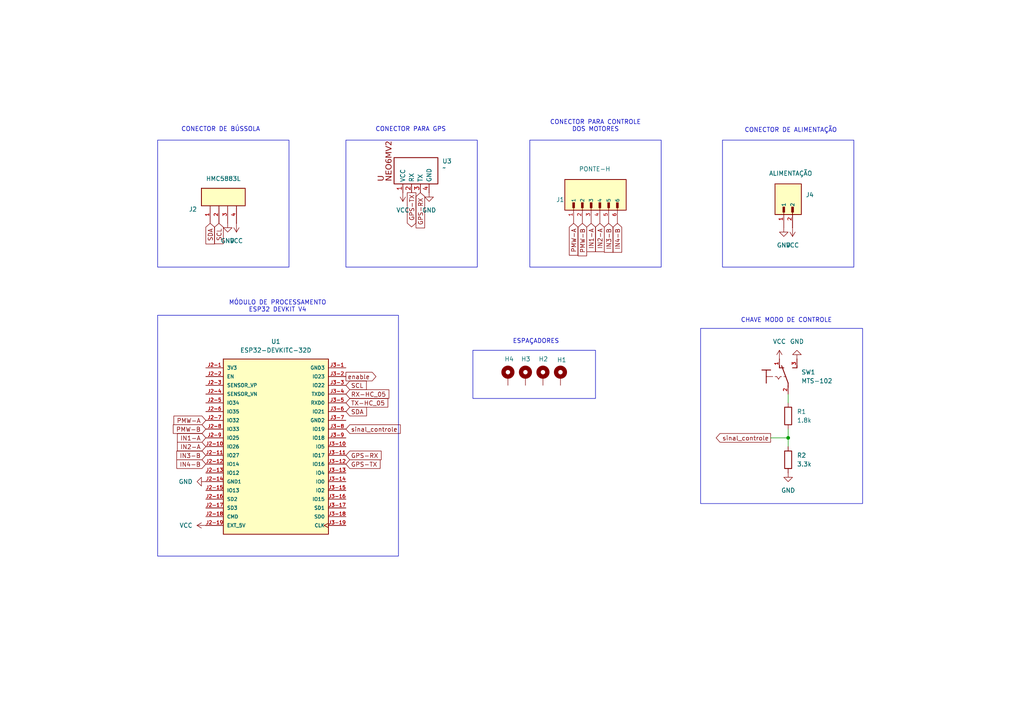
<source format=kicad_sch>
(kicad_sch (version 20231120) (generator "eeschema") (generator_version "8.0")
  (paper "A4")
  (lib_symbols
    (symbol "Device:R" (pin_numbers hide) (pin_names (offset 0))
      (property "Reference" "R" (at 2.032 0 90))
      (property "Value" "R" (at 0 0 90))
      (symbol "R_0_1"
        (rectangle (start -1.016 -2.54) (end 1.016 2.54) (stroke (width 0.254)))
      )
      (symbol "R_1_1"
        (pin passive line (at 0 3.81 270) (length 1.27) (name "~") (number "1"))
        (pin passive line (at 0 -3.81 90) (length 1.27) (name "~") (number "2"))
      )
    )
    (symbol "Mechanical:MountingHole_Pad" (pin_numbers hide) (pin_names (offset 1.016) hide) (exclude_from_sim yes) (in_bom no)
      (property "Reference" "H" (at 0 6.35 0))
      (property "Value" "MountingHole_Pad" (at 0 4.445 0))
      (symbol "MountingHole_Pad_0_1"
        (circle (center 0 1.27) (radius 1.27) (stroke (width 1.27)))
      )
      (symbol "MountingHole_Pad_1_1"
        (pin input line (at 0 -2.54 90) (length 2.54) (name "1") (number "1"))
      )
    )
    (symbol "importados:B2P-VH_LF__SN_" (pin_names (offset 1.016))
      (property "Reference" "J" (at -2.54 3.302 0))
      (property "Value" "B2P-VH_LF__SN_" (at -6.858 -7.62 0))
      (symbol "B2P-VH_LF__SN__0_0"
        (rectangle (start -3.81 -5.08) (end 5.08 2.54) (stroke (width 0.254)) (fill (type background)))
        (rectangle (start -3.175 -2.8575) (end -1.5875 -2.2225) (stroke (width 0.1)) (fill (type outline)))
        (rectangle (start -3.175 -0.3175) (end -1.5875 0.3175) (stroke (width 0.1)) (fill (type outline)))
        (pin passive line (at -7.62 0 0) (length 5.08) (name "1") (number "1"))
        (pin passive line (at -7.62 -2.54 0) (length 5.08) (name "2") (number "2"))
      )
    )
    (symbol "importados:B4P-VH_LF__SN_" (pin_names (offset 1.016))
      (property "Reference" "J" (at -5.083 5.852 0))
      (property "Value" "B4P-VH_LF__SN_" (at -5.0845 -10.16 0))
      (symbol "B4P-VH_LF__SN__0_0"
        (rectangle (start -2.54 5.08) (end 2.54 -7.62) (stroke (width 0.254)) (fill (type background)))
        (pin passive line (at -7.62 2.54 0) (length 5.08) (name "~") (number "1"))
        (pin passive line (at -7.62 0 0) (length 5.08) (name "~") (number "2"))
        (pin passive line (at -7.62 -2.54 0) (length 5.08) (name "~") (number "3"))
        (pin passive line (at -7.62 -5.08 0) (length 5.08) (name "~") (number "4"))
      )
    )
    (symbol "importados:B6P-VH_LF__SN_" (pin_names (offset 1.016))
      (property "Reference" "J" (at -3.81 8.255 0))
      (property "Value" "B6P-VH_LF__SN_" (at -3.81 -12.7 0))
      (symbol "B6P-VH_LF__SN__0_0"
        (rectangle (start -3.81 -10.16) (end 5.08 7.62) (stroke (width 0.254)) (fill (type background)))
        (rectangle (start -3.175 -7.9375) (end -1.5875 -7.3025) (stroke (width 0.1)) (fill (type outline)))
        (rectangle (start -3.175 -5.3975) (end -1.5875 -4.7625) (stroke (width 0.1)) (fill (type outline)))
        (rectangle (start -3.175 -2.8575) (end -1.5875 -2.2225) (stroke (width 0.1)) (fill (type outline)))
        (rectangle (start -3.175 -0.3175) (end -1.5875 0.3175) (stroke (width 0.1)) (fill (type outline)))
        (rectangle (start -3.175 2.2225) (end -1.5875 2.8575) (stroke (width 0.1)) (fill (type outline)))
        (rectangle (start -3.175 4.7625) (end -1.5875 5.3975) (stroke (width 0.1)) (fill (type outline)))
        (pin passive line (at -7.62 5.08 0) (length 5.08) (name "1") (number "1"))
        (pin passive line (at -7.62 2.54 0) (length 5.08) (name "2") (number "2"))
        (pin passive line (at -7.62 0 0) (length 5.08) (name "3") (number "3"))
        (pin passive line (at -7.62 -2.54 0) (length 5.08) (name "4") (number "4"))
        (pin passive line (at -7.62 -5.08 0) (length 5.08) (name "5") (number "5"))
        (pin passive line (at -7.62 -7.62 0) (length 5.08) (name "6") (number "6"))
      )
    )
    (symbol "importados:ESP32-DEVKITC-32D" (pin_names (offset 1.016))
      (property "Reference" "U" (at -15.2572 26.0643 0))
      (property "Value" "ESP32-DEVKITC-32D" (at -15.2563 -27.9698 0))
      (symbol "ESP32-DEVKITC-32D_0_0"
        (rectangle (start -15.24 -25.4) (end 15.24 25.4) (stroke (width 0.254)) (fill (type background)))
        (pin power_in line (at -20.32 22.86 0) (length 5.08) (name "3V3") (number "J2-1"))
        (pin bidirectional line (at -20.32 0 0) (length 5.08) (name "IO26") (number "J2-10"))
        (pin bidirectional line (at -20.32 -2.54 0) (length 5.08) (name "IO27") (number "J2-11"))
        (pin bidirectional line (at -20.32 -5.08 0) (length 5.08) (name "IO14") (number "J2-12"))
        (pin bidirectional line (at -20.32 -7.62 0) (length 5.08) (name "IO12") (number "J2-13"))
        (pin power_in line (at -20.32 -10.16 0) (length 5.08) (name "GND1") (number "J2-14"))
        (pin bidirectional line (at -20.32 -12.7 0) (length 5.08) (name "IO13") (number "J2-15"))
        (pin bidirectional line (at -20.32 -15.24 0) (length 5.08) (name "SD2") (number "J2-16"))
        (pin bidirectional line (at -20.32 -17.78 0) (length 5.08) (name "SD3") (number "J2-17"))
        (pin bidirectional line (at -20.32 -20.32 0) (length 5.08) (name "CMD") (number "J2-18"))
        (pin power_in line (at -20.32 -22.86 0) (length 5.08) (name "EXT_5V") (number "J2-19"))
        (pin input line (at -20.32 20.32 0) (length 5.08) (name "EN") (number "J2-2"))
        (pin input line (at -20.32 17.78 0) (length 5.08) (name "SENSOR_VP") (number "J2-3"))
        (pin input line (at -20.32 15.24 0) (length 5.08) (name "SENSOR_VN") (number "J2-4"))
        (pin bidirectional line (at -20.32 12.7 0) (length 5.08) (name "IO34") (number "J2-5"))
        (pin bidirectional line (at -20.32 10.16 0) (length 5.08) (name "IO35") (number "J2-6"))
        (pin bidirectional line (at -20.32 7.62 0) (length 5.08) (name "IO32") (number "J2-7"))
        (pin bidirectional line (at -20.32 5.08 0) (length 5.08) (name "IO33") (number "J2-8"))
        (pin bidirectional line (at -20.32 2.54 0) (length 5.08) (name "IO25") (number "J2-9"))
        (pin power_in line (at 20.32 22.86 180) (length 5.08) (name "GND3") (number "J3-1"))
        (pin bidirectional line (at 20.32 0 180) (length 5.08) (name "IO5") (number "J3-10"))
        (pin bidirectional line (at 20.32 -2.54 180) (length 5.08) (name "IO17") (number "J3-11"))
        (pin bidirectional line (at 20.32 -5.08 180) (length 5.08) (name "IO16") (number "J3-12"))
        (pin bidirectional line (at 20.32 -7.62 180) (length 5.08) (name "IO4") (number "J3-13"))
        (pin bidirectional line (at 20.32 -10.16 180) (length 5.08) (name "IO0") (number "J3-14"))
        (pin bidirectional line (at 20.32 -12.7 180) (length 5.08) (name "IO2") (number "J3-15"))
        (pin bidirectional line (at 20.32 -15.24 180) (length 5.08) (name "IO15") (number "J3-16"))
        (pin bidirectional line (at 20.32 -17.78 180) (length 5.08) (name "SD1") (number "J3-17"))
        (pin bidirectional line (at 20.32 -20.32 180) (length 5.08) (name "SD0") (number "J3-18"))
        (pin input clock (at 20.32 -22.86 180) (length 5.08) (name "CLK") (number "J3-19"))
        (pin bidirectional line (at 20.32 20.32 180) (length 5.08) (name "IO23") (number "J3-2"))
        (pin bidirectional line (at 20.32 17.78 180) (length 5.08) (name "IO22") (number "J3-3"))
        (pin output line (at 20.32 15.24 180) (length 5.08) (name "TXD0") (number "J3-4"))
        (pin input line (at 20.32 12.7 180) (length 5.08) (name "RXD0") (number "J3-5"))
        (pin bidirectional line (at 20.32 10.16 180) (length 5.08) (name "IO21") (number "J3-6"))
        (pin power_in line (at 20.32 7.62 180) (length 5.08) (name "GND2") (number "J3-7"))
        (pin bidirectional line (at 20.32 5.08 180) (length 5.08) (name "IO19") (number "J3-8"))
        (pin bidirectional line (at 20.32 2.54 180) (length 5.08) (name "IO18") (number "J3-9"))
      )
    )
    (symbol "importados:MTS-102" (pin_names (offset 1.016))
      (property "Reference" "SW" (at -6.35 -1.905 90))
      (property "Value" "MTS-102" (at -3.81 2.54 90))
      (symbol "MTS-102_0_0"
        (polyline (pts (xy -5.08 1.905) (xy -3.81 1.905)) (stroke (width 0.254)))
        (polyline (pts (xy -3.81 0) (xy -3.81 -1.905)) (stroke (width 0.254)))
        (polyline (pts (xy -3.81 0) (xy -1.905 0)) (stroke (width 0.1524)))
        (polyline (pts (xy -3.81 1.905) (xy -3.81 0)) (stroke (width 0.254)))
        (polyline (pts (xy -3.81 1.905) (xy -2.54 1.905)) (stroke (width 0.254)))
        (polyline (pts (xy -1.27 0) (xy -0.762 0)) (stroke (width 0.1524)))
        (polyline (pts (xy -0.762 0) (xy -0.254 -0.762)) (stroke (width 0.1524)))
        (polyline (pts (xy -0.254 -0.762) (xy 0.254 0)) (stroke (width 0.1524)))
        (polyline (pts (xy 0 2.54) (xy 0 3.175)) (stroke (width 0.254)))
        (polyline (pts (xy 0 2.54) (xy 1.27 2.54)) (stroke (width 0.254)))
        (polyline (pts (xy 0.254 0) (xy 0.635 0)) (stroke (width 0.1524)))
        (polyline (pts (xy 1.27 0) (xy 1.905 0)) (stroke (width 0.1524)))
        (polyline (pts (xy 2.54 -3.175) (xy 2.54 -1.905)) (stroke (width 0.254)))
        (polyline (pts (xy 2.54 -1.905) (xy 0.635 3.175)) (stroke (width 0.254)))
        (polyline (pts (xy 3.81 2.54) (xy 5.08 2.54)) (stroke (width 0.254)))
        (polyline (pts (xy 5.08 2.54) (xy 5.08 3.175)) (stroke (width 0.254)))
        (pin passive line (at 0 5.08 270) (length 2.54) (name "~") (number "1"))
        (pin passive line (at 2.54 -5.08 90) (length 2.54) (name "~") (number "2"))
        (pin passive line (at 5.08 5.08 270) (length 2.54) (name "~") (number "3"))
      )
    )
    (symbol "importados:NEO6MV2"
      (property "Reference" "U" (at 0 -2.032 0))
      (symbol "NEO6MV2_0_0"
        (rectangle (start 2.54 10.16) (end 10.16 -2.54) (stroke (width 0.254)))
        (text "NEO6MV2" (at 3.302 12.6111 0) (effects (font (size 1.6891 1.6891)) (justify left top)))
        (text "U" (at 3.302 14.8971 0) (effects (font (size 1.6891 1.6891)) (justify left top)))
        (pin passive line (at 0 7.62 0) (length 2.54) (name "VCC") (number "1"))
        (pin input line (at 0 5.08 0) (length 2.54) (name "RX") (number "2"))
        (pin output line (at 0 2.54 0) (length 2.54) (name "TX") (number "3"))
        (pin passive line (at 0 0 0) (length 2.54) (name "GND") (number "4"))
      )
    )
    (symbol "power:GND" (power) (pin_numbers hide) (pin_names (offset 0) hide)
      (property "Value" "GND" (at 0 -3.81 0))
      (symbol "GND_0_1"
        (polyline (pts (xy 0 0) (xy 0 -1.27) (xy 1.27 -1.27) (xy 0 -2.54) (xy -1.27 -1.27) (xy 0 -1.27)))
      )
      (symbol "GND_1_1"
        (pin power_in line (at 0 0 270) (length 0) (name "~") (number "1"))
      )
    )
    (symbol "power:VCC" (power) (pin_numbers hide) (pin_names (offset 0) hide)
      (property "Value" "VCC" (at 0 3.556 0))
      (symbol "VCC_0_1"
        (polyline (pts (xy -0.762 1.27) (xy 0 2.54)))
        (polyline (pts (xy 0 0) (xy 0 2.54)))
        (polyline (pts (xy 0 2.54) (xy 0.762 1.27)))
      )
      (symbol "VCC_1_1"
        (pin power_in line (at 0 0 90) (length 0) (name "~") (number "1"))
      )
    )
  )
  (junction (at 228.6 127))
  (wire (pts (xy 223.52 127) (xy 228.6 127)))
  (wire (pts (xy 228.6 124.46) (xy 228.6 127)))
  (wire (pts (xy 228.6 127) (xy 228.6 129.54)))
  (wire (pts (xy 228.6 114.3) (xy 228.6 116.84)))
  (rectangle (start 45.72 40.64) (end 83.82 77.47))
  (rectangle (start 137.16 101.6) (end 172.72 115.57))
  (rectangle (start 45.72 91.44) (end 115.57 161.29))
  (rectangle (start 203.2 95.25) (end 250.19 146.05))
  (rectangle (start 209.55 40.64) (end 247.65 77.47))
  (rectangle (start 153.67 40.64) (end 191.77 77.47))
  (rectangle (start 100.33 40.64) (end 138.43 77.47))
  (text "CONECTOR PARA GPS\n\n" (at 119.126 38.608 0) (effects (font (size 1.27 1.27))))
  (text "MÓDULO DE PROCESSAMENTO\nESP32 DEVKIT V4\n" (at 80.518 88.9 0) (effects (font (size 1.27 1.27))))
  (text "CONECTOR PARA CONTROLE\nDOS MOTORES" (at 172.72 36.576 0) (effects (font (size 1.27 1.27))))
  (text "ESPAÇADORES\n" (at 155.448 99.06 0) (effects (font (size 1.27 1.27))))
  (text "CONECTOR DE BÚSSOLA\n\n" (at 64.008 38.608 0) (effects (font (size 1.27 1.27))))
  (text "CONECTOR DE ALIMENTAÇÃO\n" (at 229.362 37.846 0) (effects (font (size 1.27 1.27))))
  (text "CHAVE MODO DE CONTROLE\n" (at 228.092 92.964 0) (effects (font (size 1.27 1.27))))
  (global_label "GPS-TX" (shape output) (at 119.38 55.88 270) (property "Intersheetrefs" "${INTERSHEET_REFS}" (effects (hide yes))))
  (global_label "PMW-A" (shape input) (at 166.37 64.77 270) (property "Intersheetrefs" "${INTERSHEET_REFS}" (effects (hide yes))))
  (global_label "SCL" (shape input) (at 63.5 64.77 270) (property "Intersheetrefs" "${INTERSHEET_REFS}" (effects (hide yes))))
  (global_label "sinal_controle" (shape output) (at 223.52 127 180) (property "Intersheetrefs" "${INTERSHEET_REFS}" (effects (hide yes))))
  (global_label "IN3-B" (shape input) (at 176.53 64.77 270) (property "Intersheetrefs" "${INTERSHEET_REFS}" (effects (hide yes))))
  (global_label "sinal_controle" (shape input) (at 100.33 124.46 0) (property "Intersheetrefs" "${INTERSHEET_REFS}" (effects (hide yes))))
  (global_label "IN2-A" (shape input) (at 59.69 129.54 180) (property "Intersheetrefs" "${INTERSHEET_REFS}" (effects (hide yes))))
  (global_label "SCL" (shape input) (at 100.33 111.76 0) (property "Intersheetrefs" "${INTERSHEET_REFS}" (effects (hide yes))))
  (global_label "IN3-B" (shape input) (at 59.69 132.08 180) (property "Intersheetrefs" "${INTERSHEET_REFS}" (effects (hide yes))))
  (global_label "IN4-B" (shape input) (at 59.69 134.62 180) (property "Intersheetrefs" "${INTERSHEET_REFS}" (effects (hide yes))))
  (global_label "GPS-RX" (shape input) (at 100.33 132.08 0) (property "Intersheetrefs" "${INTERSHEET_REFS}" (effects (hide yes))))
  (global_label "IN4-B" (shape input) (at 179.07 64.77 270) (property "Intersheetrefs" "${INTERSHEET_REFS}" (effects (hide yes))))
  (global_label "enable" (shape output) (at 100.33 109.22 0) (property "Intersheetrefs" "${INTERSHEET_REFS}" (effects (hide yes))))
  (global_label "GPS-TX" (shape input) (at 100.33 134.62 0) (property "Intersheetrefs" "${INTERSHEET_REFS}" (effects (hide yes))))
  (global_label "IN2-A" (shape input) (at 173.99 64.77 270) (property "Intersheetrefs" "${INTERSHEET_REFS}" (effects (hide yes))))
  (global_label "PMW-A" (shape input) (at 59.69 121.92 180) (property "Intersheetrefs" "${INTERSHEET_REFS}" (effects (hide yes))))
  (global_label "RX-HC_05" (shape input) (at 100.33 114.3 0) (property "Intersheetrefs" "${INTERSHEET_REFS}" (effects (hide yes))))
  (global_label "PMW-B" (shape input) (at 59.69 124.46 180) (property "Intersheetrefs" "${INTERSHEET_REFS}" (effects (hide yes))))
  (global_label "PMW-B" (shape input) (at 168.91 64.77 270) (property "Intersheetrefs" "${INTERSHEET_REFS}" (effects (hide yes))))
  (global_label "TX-HC_05" (shape input) (at 100.33 116.84 0) (property "Intersheetrefs" "${INTERSHEET_REFS}" (effects (hide yes))))
  (global_label "IN1-A" (shape input) (at 171.45 64.77 270) (property "Intersheetrefs" "${INTERSHEET_REFS}" (effects (hide yes))))
  (global_label "IN1-A" (shape input) (at 59.69 127 180) (property "Intersheetrefs" "${INTERSHEET_REFS}" (effects (hide yes))))
  (global_label "SDA" (shape input) (at 100.33 119.38 0) (property "Intersheetrefs" "${INTERSHEET_REFS}" (effects (hide yes))))
  (global_label "GPS-RX" (shape input) (at 121.92 55.88 270) (property "Intersheetrefs" "${INTERSHEET_REFS}" (effects (hide yes))))
  (global_label "SDA" (shape input) (at 60.96 64.77 270) (property "Intersheetrefs" "${INTERSHEET_REFS}" (effects (hide yes))))
  (symbol (lib_id "power:VCC") (at 116.84 55.88 180) (unit 1)
    (property "Reference" "#PWR03" (effects (hide yes)))
    (property "Value" "VCC" (at 116.84 60.96 0))
    (property "Description" "Power symbol creates a global label with name \"VCC\"" (effects (hide yes)))
  )
  (symbol (lib_id "power:GND") (at 124.46 55.88 0) (unit 1)
    (property "Reference" "#PWR04" (effects (hide yes)))
    (property "Value" "GND" (at 124.46 60.96 0))
    (property "Description" "Power symbol creates a global label with name \"GND\" , ground" (effects (hide yes)))
  )
  (symbol (lib_id "power:GND") (at 66.04 64.77 0) (unit 1)
    (property "Reference" "#PWR07" (effects (hide yes)))
    (property "Value" "GND" (at 66.04 69.85 0))
    (property "Description" "Power symbol creates a global label with name \"GND\" , ground" (effects (hide yes)))
  )
  (symbol (lib_id "power:VCC") (at 229.87 66.04 180) (unit 1)
    (property "Reference" "#PWR01" (effects (hide yes)))
    (property "Value" "VCC" (at 229.87 71.12 0))
    (property "Description" "Power symbol creates a global label with name \"VCC\"" (effects (hide yes)))
  )
  (symbol (lib_id "importados:MTS-102") (at 226.06 109.22 0) (unit 1)
    (property "Reference" "SW1" (at 232.41 107.9499 0) (effects (justify left)))
    (property "Value" "MTS-102" (at 232.41 110.4899 0) (effects (justify left)))
    (property "Footprint" "importados:MTS-102" (effects (hide yes)))
    (property "Description_1" "\n                        \n                            \n                        \n" (effects (hide yes)))
  )
  (symbol (lib_id "Device:R") (at 228.6 133.35 0) (unit 1)
    (property "Reference" "R2" (at 231.14 132.0799 0) (effects (justify left)))
    (property "Value" "3.3k" (at 231.14 134.6199 0) (effects (justify left)))
    (property "Footprint" "Resistor_THT:R_Axial_DIN0207_L6.3mm_D2.5mm_P10.16mm_Horizontal" (effects (hide yes)))
    (property "Description" "Resistor" (effects (hide yes)))
  )
  (symbol (lib_id "importados:B6P-VH_LF__SN_") (at 171.45 57.15 90) (unit 1)
    (property "Reference" "J1" (at 161.29 57.912 90) (effects (justify right)))
    (property "Value" "PONTE-H" (at 167.894 49.022 90) (effects (justify right)))
    (property "Footprint" "importados:JST_B6P-VH_LF__SN_" (effects (hide yes)))
  )
  (symbol (lib_id "importados:ESP32-DEVKITC-32D") (at 80.01 129.54 0) (unit 1)
    (property "Reference" "U1" (at 80.01 99.06 0))
    (property "Value" "ESP32-DEVKITC-32D" (at 80.01 101.6 0))
    (property "Footprint" "importados:MODULE_ESP32-DEVKITC-32D" (effects (hide yes)))
    (property "MF" "Espressif Systems" (effects (hide yes)))
    (property "MAXIMUM_PACKAGE_HEIGHT" "N/A" (effects (hide yes)))
    (property "Package" "None" (effects (hide yes)))
    (property "Price" "None" (effects (hide yes)))
    (property "Check_prices" "https://www.snapeda.com/parts/ESP32-DEVKITC-32D/Espressif+Systems/view-part/?ref=eda" (effects (hide yes)))
    (property "STANDARD" "Manufacturer Recommendations" (effects (hide yes)))
    (property "PARTREV" "V4" (effects (hide yes)))
    (property "SnapEDA_Link" "https://www.snapeda.com/parts/ESP32-DEVKITC-32D/Espressif+Systems/view-part/?ref=snap" (effects (hide yes)))
    (property "MP" "ESP32-DEVKITC-32D" (effects (hide yes)))
    (property "Description_1" "\n                        \n                            WiFi Development Tools (802.11) ESP32 General Development Kit, ESP32-WROOM-32D on the board\n                        \n" (effects (hide yes)))
    (property "MANUFACTURER" "Espressif Systems" (effects (hide yes)))
    (property "Availability" "In Stock" (effects (hide yes)))
    (property "SNAPEDA_PN" "ESP32-DEVKITC-32D" (effects (hide yes)))
  )
  (symbol (lib_id "power:GND") (at 231.14 104.14 180) (unit 1)
    (property "Reference" "#PWR06" (effects (hide yes)))
    (property "Value" "GND" (at 231.14 99.06 0))
    (property "Description" "Power symbol creates a global label with name \"GND\" , ground" (effects (hide yes)))
  )
  (symbol (lib_id "Mechanical:MountingHole_Pad") (at 147.32 109.22 0) (unit 1) (exclude_from_sim yes) (in_bom no)
    (property "Reference" "H4" (at 146.304 104.14 0) (effects (justify left)))
    (property "Value" "MountingHole_Pad" (effects (hide yes)))
    (property "Footprint" "MountingHole:MountingHole_3.2mm_M3_DIN965_Pad" (effects (hide yes)))
    (property "Description" "Mounting Hole with connection" (effects (hide yes)))
  )
  (symbol (lib_id "power:VCC") (at 226.06 104.14 0) (unit 1)
    (property "Reference" "#PWR09" (effects (hide yes)))
    (property "Value" "VCC" (at 226.06 99.06 0))
    (property "Description" "Power symbol creates a global label with name \"VCC\"" (effects (hide yes)))
  )
  (symbol (lib_id "importados:B4P-VH_LF__SN_") (at 63.5 57.15 90) (unit 1)
    (property "Reference" "J2" (at 57.15 60.706 90) (effects (justify left)))
    (property "Value" "HMC5883L" (at 69.85 51.816 90) (effects (justify left)))
    (property "Footprint" "importados:JST_B4P-VH_LF__SN_" (effects (hide yes)))
  )
  (symbol (lib_id "Mechanical:MountingHole_Pad") (at 157.48 109.22 0) (unit 1) (exclude_from_sim yes) (in_bom no)
    (property "Reference" "H2" (at 156.21 104.14 0) (effects (justify left)))
    (property "Value" "MountingHole_Pad" (effects (hide yes)))
    (property "Footprint" "MountingHole:MountingHole_3.2mm_M3_DIN965_Pad" (effects (hide yes)))
    (property "Description" "Mounting Hole with connection" (effects (hide yes)))
  )
  (symbol (lib_id "Mechanical:MountingHole_Pad") (at 152.4 109.22 0) (unit 1) (exclude_from_sim yes) (in_bom no)
    (property "Reference" "H3" (at 151.13 104.14 0) (effects (justify left)))
    (property "Value" "MountingHole_Pad" (effects (hide yes)))
    (property "Footprint" "MountingHole:MountingHole_3.2mm_M3_DIN965_Pad" (effects (hide yes)))
    (property "Description" "Mounting Hole with connection" (effects (hide yes)))
  )
  (symbol (lib_id "power:GND") (at 228.6 137.16 0) (unit 1)
    (property "Reference" "#PWR05" (effects (hide yes)))
    (property "Value" "GND" (at 228.6 142.24 0))
    (property "Description" "Power symbol creates a global label with name \"GND\" , ground" (effects (hide yes)))
  )
  (symbol (lib_id "Mechanical:MountingHole_Pad") (at 162.56 109.22 0) (unit 1) (exclude_from_sim yes) (in_bom no)
    (property "Reference" "H1" (at 161.544 104.394 0) (effects (justify left)))
    (property "Value" "MountingHole_Pad" (effects (hide yes)))
    (property "Footprint" "MountingHole:MountingHole_3.2mm_M3_DIN965_Pad" (effects (hide yes)))
    (property "Description" "Mounting Hole with connection" (effects (hide yes)))
  )
  (symbol (lib_id "power:GND") (at 227.33 66.04 0) (unit 1)
    (property "Reference" "#PWR02" (effects (hide yes)))
    (property "Value" "GND" (at 227.33 71.12 0))
    (property "Description" "Power symbol creates a global label with name \"GND\" , ground" (effects (hide yes)))
  )
  (symbol (lib_id "power:GND") (at 59.69 139.7 270) (unit 1)
    (property "Reference" "#PWR011" (effects (hide yes)))
    (property "Value" "GND" (at 55.88 139.6999 90) (effects (justify right)))
    (property "Description" "Power symbol creates a global label with name \"GND\" , ground" (effects (hide yes)))
  )
  (symbol (lib_id "power:VCC") (at 68.58 64.77 180) (unit 1)
    (property "Reference" "#PWR08" (effects (hide yes)))
    (property "Value" "VCC" (at 68.58 69.85 0))
    (property "Description" "Power symbol creates a global label with name \"VCC\"" (effects (hide yes)))
  )
  (symbol (lib_id "importados:B2P-VH_LF__SN_") (at 227.33 58.42 90) (unit 1)
    (property "Reference" "J4" (at 233.68 56.5149 90) (effects (justify right)))
    (property "Value" "ALIMENTAÇÃO" (at 223.012 50.292 90) (effects (justify right)))
    (property "Footprint" "importados:JST_B2P-VH_LF__SN_" (effects (hide yes)))
  )
  (symbol (lib_id "power:VCC") (at 59.69 152.4 90) (unit 1)
    (property "Reference" "#PWR012" (effects (hide yes)))
    (property "Value" "VCC" (at 55.88 152.3999 90) (effects (justify left)))
    (property "Description" "Power symbol creates a global label with name \"VCC\"" (effects (hide yes)))
  )
  (symbol (lib_id "Device:R") (at 228.6 120.65 180) (unit 1)
    (property "Reference" "R1" (at 231.14 119.3799 0) (effects (justify right)))
    (property "Value" "1.8k" (at 231.14 121.9199 0) (effects (justify right)))
    (property "Footprint" "Resistor_THT:R_Axial_DIN0207_L6.3mm_D2.5mm_P10.16mm_Horizontal" (effects (hide yes)))
    (property "Description" "Resistor" (effects (hide yes)))
  )
  (symbol (lib_id "importados:NEO6MV2") (at 124.46 55.88 90) (unit 1)
    (property "Reference" "U3" (at 128.27 46.7396 90) (effects (justify right)))
    (property "Value" "~" (at 128.27 48.6447 90) (effects (justify right)))
    (property "Footprint" "importados:NEO-6M-V2-GPSMODULE-FOOTPRINT" (effects (hide yes)))
  )
)
</source>
